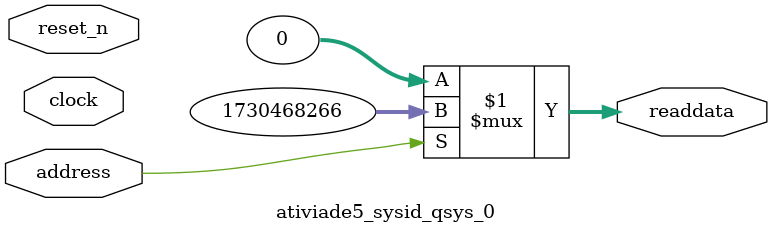
<source format=v>



// synthesis translate_off
`timescale 1ns / 1ps
// synthesis translate_on

// turn off superfluous verilog processor warnings 
// altera message_level Level1 
// altera message_off 10034 10035 10036 10037 10230 10240 10030 

module ativiade5_sysid_qsys_0 (
               // inputs:
                address,
                clock,
                reset_n,

               // outputs:
                readdata
             )
;

  output  [ 31: 0] readdata;
  input            address;
  input            clock;
  input            reset_n;

  wire    [ 31: 0] readdata;
  //control_slave, which is an e_avalon_slave
  assign readdata = address ? 1730468266 : 0;

endmodule



</source>
